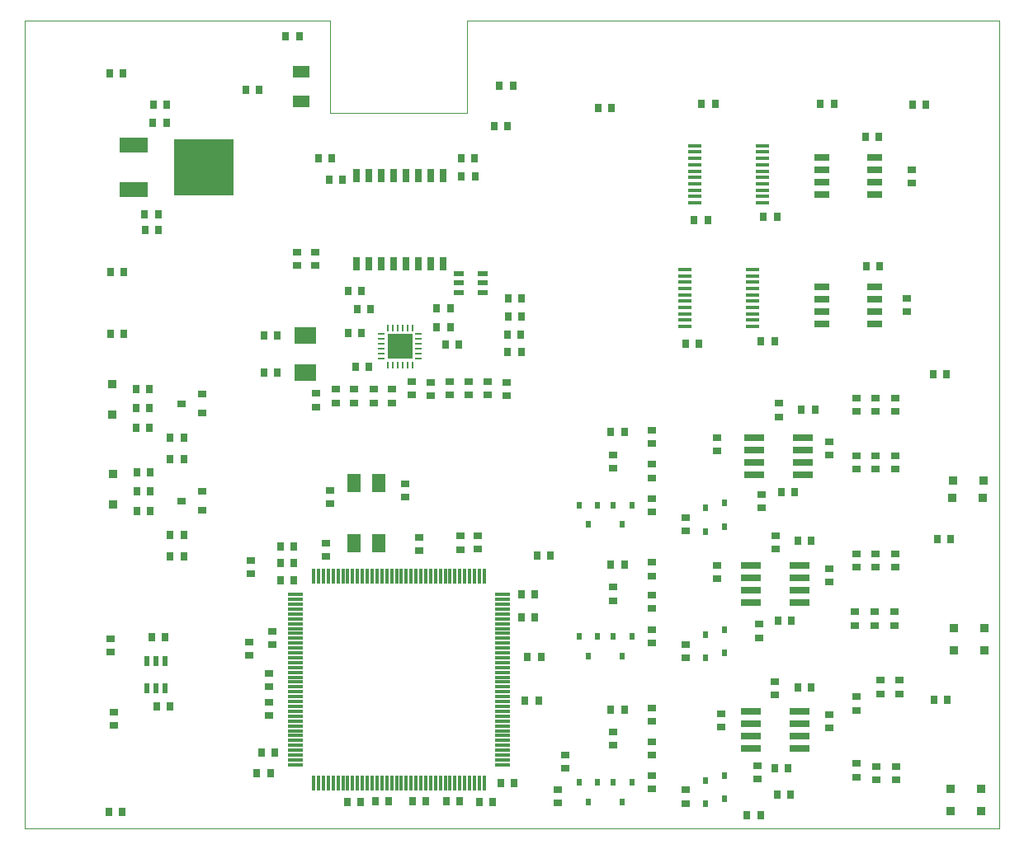
<source format=gtp>
G04*
G04 #@! TF.GenerationSoftware,Altium Limited,Altium Designer,19.0.9 (268)*
G04*
G04 Layer_Color=8421504*
%FSLAX25Y25*%
%MOIN*%
G70*
G01*
G75*
%ADD18C,0.00394*%
%ADD19R,0.02520X0.05512*%
%ADD20R,0.02756X0.03740*%
%ADD21R,0.07087X0.04528*%
%ADD22R,0.03740X0.02756*%
%ADD23R,0.08661X0.07087*%
%ADD24R,0.05512X0.07480*%
%ADD25R,0.07874X0.02756*%
%ADD26R,0.06004X0.02559*%
%ADD27R,0.05512X0.01575*%
%ADD28R,0.02717X0.01102*%
%ADD29R,0.01102X0.02717*%
%ADD30R,0.09843X0.09843*%
%ADD31R,0.04331X0.02362*%
%ADD32R,0.02165X0.04331*%
%ADD33R,0.11811X0.06299*%
%ADD34R,0.24410X0.22835*%
%ADD35R,0.01181X0.06496*%
%ADD36R,0.06496X0.01181*%
%ADD37R,0.03543X0.02756*%
%ADD38R,0.02362X0.02756*%
%ADD39R,0.03740X0.03543*%
%ADD40R,0.02362X0.03150*%
%ADD41R,0.03543X0.03740*%
D18*
X-0Y-326772D02*
X393701Y-326772D01*
X178740Y0D02*
X393701Y0D01*
X0D02*
X123386Y-0D01*
X123386Y-37480D02*
X178740Y-37480D01*
X393701Y-326772D02*
X393701Y0D01*
X-0Y-326772D02*
X0Y0D01*
X178740Y-37480D02*
X178740Y0D01*
X123386Y-37480D02*
X123386Y-0D01*
D19*
X169075Y-62953D02*
D03*
X134075Y-98465D02*
D03*
X139075D02*
D03*
X144075D02*
D03*
X149075D02*
D03*
X154075D02*
D03*
X159075D02*
D03*
X164075D02*
D03*
X169075D02*
D03*
X134075Y-62953D02*
D03*
X139075D02*
D03*
X144075D02*
D03*
X149075D02*
D03*
X154075D02*
D03*
X159075D02*
D03*
X164075D02*
D03*
D20*
X33907Y-320079D02*
D03*
X39321D02*
D03*
X33907D02*
D03*
X94768Y-28059D02*
D03*
X89354D02*
D03*
X94768D02*
D03*
X110782Y-6496D02*
D03*
X105368D02*
D03*
X110782D02*
D03*
X364085Y-34232D02*
D03*
X358671D02*
D03*
X364085D02*
D03*
X321408Y-33686D02*
D03*
X326821D02*
D03*
X321408D02*
D03*
X58711Y-177589D02*
D03*
X64124D02*
D03*
X58711D02*
D03*
Y-216828D02*
D03*
X64124D02*
D03*
X58711D02*
D03*
X44971Y-149094D02*
D03*
X50384D02*
D03*
X44971D02*
D03*
Y-156968D02*
D03*
X50384D02*
D03*
X44971D02*
D03*
Y-164842D02*
D03*
X50384D02*
D03*
X44971D02*
D03*
X34695Y-126654D02*
D03*
X40108D02*
D03*
X34695D02*
D03*
Y-101971D02*
D03*
X40108D02*
D03*
X34695D02*
D03*
X34222Y-21535D02*
D03*
X39636D02*
D03*
X34222D02*
D03*
X45364Y-182756D02*
D03*
X50778D02*
D03*
X45364D02*
D03*
Y-190630D02*
D03*
X50778D02*
D03*
X45364D02*
D03*
Y-198504D02*
D03*
X50778D02*
D03*
X45364D02*
D03*
X305482Y-190945D02*
D03*
X310896D02*
D03*
X305482D02*
D03*
X236732Y-166535D02*
D03*
X242146D02*
D03*
X236732D02*
D03*
X313730Y-157480D02*
D03*
X319144D02*
D03*
X313730D02*
D03*
X366939Y-143189D02*
D03*
X372352D02*
D03*
X366939D02*
D03*
X304262Y-242677D02*
D03*
X309675D02*
D03*
X304262D02*
D03*
X236732Y-220158D02*
D03*
X242146D02*
D03*
X236732D02*
D03*
X312254Y-210630D02*
D03*
X317667D02*
D03*
X312254D02*
D03*
X368622Y-209842D02*
D03*
X374035D02*
D03*
X368622D02*
D03*
X302805Y-302362D02*
D03*
X308219D02*
D03*
X302805D02*
D03*
X236732Y-278740D02*
D03*
X242146D02*
D03*
X236732D02*
D03*
X312254Y-269685D02*
D03*
X317667D02*
D03*
X312254D02*
D03*
X367175Y-274803D02*
D03*
X372589D02*
D03*
X367175D02*
D03*
X191732Y-26378D02*
D03*
X197146D02*
D03*
X191732D02*
D03*
X189616Y-42815D02*
D03*
X195029D02*
D03*
X189616D02*
D03*
X135896Y-126575D02*
D03*
X130482D02*
D03*
X135896D02*
D03*
X176329Y-55709D02*
D03*
X181742D02*
D03*
X176329D02*
D03*
X124065Y-55866D02*
D03*
X118652D02*
D03*
X124065D02*
D03*
X128297Y-64567D02*
D03*
X122884D02*
D03*
X128297D02*
D03*
X176427Y-63287D02*
D03*
X181841D02*
D03*
X176427D02*
D03*
X134301Y-116929D02*
D03*
X139715D02*
D03*
X134301D02*
D03*
X130561Y-109646D02*
D03*
X135974D02*
D03*
X130561D02*
D03*
X171782Y-124016D02*
D03*
X166368D02*
D03*
X171782D02*
D03*
Y-116591D02*
D03*
X166368D02*
D03*
X171782D02*
D03*
X206860Y-216535D02*
D03*
X212274D02*
D03*
X206860D02*
D03*
X200541Y-119728D02*
D03*
X195128D02*
D03*
X200541D02*
D03*
X108711Y-219636D02*
D03*
X103297D02*
D03*
X108711D02*
D03*
X200689Y-232192D02*
D03*
X206102D02*
D03*
X200689D02*
D03*
X291742Y-321398D02*
D03*
X297155D02*
D03*
X291742D02*
D03*
X303848Y-313268D02*
D03*
X309262D02*
D03*
X303848D02*
D03*
X108711Y-212697D02*
D03*
X103297D02*
D03*
X108711D02*
D03*
X141467Y-315846D02*
D03*
X146880D02*
D03*
X141467D02*
D03*
X99163Y-304429D02*
D03*
X93750D02*
D03*
X99163D02*
D03*
X58750Y-168780D02*
D03*
X64163D02*
D03*
X58750D02*
D03*
Y-208150D02*
D03*
X64163D02*
D03*
X58750D02*
D03*
X339518Y-47284D02*
D03*
X344931D02*
D03*
X339518D02*
D03*
X270404Y-80669D02*
D03*
X275817D02*
D03*
X270404D02*
D03*
X298415Y-79331D02*
D03*
X303829D02*
D03*
X298415D02*
D03*
X339813Y-99429D02*
D03*
X345226D02*
D03*
X339813D02*
D03*
X266900Y-130689D02*
D03*
X272313D02*
D03*
X266900D02*
D03*
X297392Y-129941D02*
D03*
X302805D02*
D03*
X297392D02*
D03*
X102106Y-142343D02*
D03*
X96693D02*
D03*
X102106D02*
D03*
X194931Y-127246D02*
D03*
X200344D02*
D03*
X194931D02*
D03*
X169911Y-131122D02*
D03*
X175325D02*
D03*
X169911D02*
D03*
X195108Y-134252D02*
D03*
X200522D02*
D03*
X195108D02*
D03*
X102106Y-127382D02*
D03*
X96693D02*
D03*
X102106D02*
D03*
X139045Y-140157D02*
D03*
X133632D02*
D03*
X139045D02*
D03*
X195128Y-112482D02*
D03*
X200541D02*
D03*
X195128D02*
D03*
X203100Y-257382D02*
D03*
X208514D02*
D03*
X203100D02*
D03*
X200561Y-241378D02*
D03*
X205974D02*
D03*
X200561D02*
D03*
X202037Y-275118D02*
D03*
X207451D02*
D03*
X202037D02*
D03*
X103297Y-226575D02*
D03*
X108711D02*
D03*
X103297D02*
D03*
X170128Y-315846D02*
D03*
X175541D02*
D03*
X170128D02*
D03*
X135660Y-316043D02*
D03*
X130246D02*
D03*
X135660D02*
D03*
X161939Y-315846D02*
D03*
X156526D02*
D03*
X161939D02*
D03*
X192175Y-308484D02*
D03*
X197589D02*
D03*
X192175D02*
D03*
X53362Y-277471D02*
D03*
X58776D02*
D03*
X53362D02*
D03*
X56588Y-249499D02*
D03*
X51175D02*
D03*
X56588D02*
D03*
X278809Y-33819D02*
D03*
X273396D02*
D03*
X278809D02*
D03*
X231545Y-35433D02*
D03*
X236959D02*
D03*
X231545D02*
D03*
X95522Y-296260D02*
D03*
X100935D02*
D03*
X95522D02*
D03*
X188927Y-316043D02*
D03*
X183514D02*
D03*
X188927D02*
D03*
X57136Y-41634D02*
D03*
X51723D02*
D03*
X57136D02*
D03*
X57333Y-34154D02*
D03*
X51919D02*
D03*
X57333D02*
D03*
X48376Y-78347D02*
D03*
X53789D02*
D03*
X48376D02*
D03*
X48474Y-84941D02*
D03*
X53888D02*
D03*
X48474D02*
D03*
D21*
X111614Y-32783D02*
D03*
Y-20972D02*
D03*
D22*
X218209Y-297146D02*
D03*
Y-302559D02*
D03*
Y-297146D02*
D03*
X215256Y-311181D02*
D03*
Y-316595D02*
D03*
Y-311181D02*
D03*
X358268Y-65856D02*
D03*
Y-60443D02*
D03*
Y-65856D02*
D03*
X253219Y-179577D02*
D03*
Y-184990D02*
D03*
Y-179577D02*
D03*
X351644Y-176112D02*
D03*
Y-181526D02*
D03*
Y-176112D02*
D03*
X266998Y-201230D02*
D03*
Y-206644D02*
D03*
Y-201230D02*
D03*
X253219Y-165797D02*
D03*
Y-171211D02*
D03*
Y-165797D02*
D03*
X237559Y-181211D02*
D03*
Y-175797D02*
D03*
Y-181211D02*
D03*
X343711Y-152667D02*
D03*
Y-158081D02*
D03*
Y-152667D02*
D03*
X335837D02*
D03*
Y-158081D02*
D03*
Y-152667D02*
D03*
X324803Y-170522D02*
D03*
Y-175935D02*
D03*
Y-170522D02*
D03*
X279744Y-168652D02*
D03*
Y-174065D02*
D03*
Y-168652D02*
D03*
X253268Y-232549D02*
D03*
Y-237963D02*
D03*
Y-232549D02*
D03*
X335403Y-239282D02*
D03*
Y-244695D02*
D03*
Y-239282D02*
D03*
X266998Y-252411D02*
D03*
Y-257825D02*
D03*
Y-252411D02*
D03*
X253219Y-219262D02*
D03*
Y-224675D02*
D03*
Y-219262D02*
D03*
X237471Y-234675D02*
D03*
Y-229262D02*
D03*
Y-234675D02*
D03*
X343770Y-215778D02*
D03*
Y-221191D02*
D03*
Y-215778D02*
D03*
X351644D02*
D03*
Y-221191D02*
D03*
Y-215778D02*
D03*
X324803Y-221703D02*
D03*
Y-227116D02*
D03*
Y-221703D02*
D03*
X279587Y-220404D02*
D03*
Y-225817D02*
D03*
Y-220404D02*
D03*
X253219Y-291781D02*
D03*
Y-297195D02*
D03*
Y-291781D02*
D03*
X351841Y-301886D02*
D03*
Y-307299D02*
D03*
Y-301886D02*
D03*
X266998Y-311309D02*
D03*
Y-316722D02*
D03*
Y-311309D02*
D03*
X253219Y-278002D02*
D03*
Y-283415D02*
D03*
Y-278002D02*
D03*
X237471Y-293258D02*
D03*
Y-287844D02*
D03*
Y-293258D02*
D03*
X345541Y-266978D02*
D03*
Y-272392D02*
D03*
Y-266978D02*
D03*
X353415D02*
D03*
Y-272392D02*
D03*
Y-266978D02*
D03*
X324803Y-280758D02*
D03*
Y-286171D02*
D03*
Y-280758D02*
D03*
X281378Y-280364D02*
D03*
Y-285778D02*
D03*
Y-280364D02*
D03*
X186850Y-151526D02*
D03*
Y-146112D02*
D03*
Y-151526D02*
D03*
X171575Y-146112D02*
D03*
Y-151526D02*
D03*
Y-146112D02*
D03*
X140945Y-149262D02*
D03*
Y-154675D02*
D03*
Y-149262D02*
D03*
X148425D02*
D03*
Y-154675D02*
D03*
Y-149262D02*
D03*
X194488Y-151801D02*
D03*
Y-146388D02*
D03*
Y-151801D02*
D03*
X163787Y-146358D02*
D03*
Y-151772D02*
D03*
Y-146358D02*
D03*
X156385Y-151526D02*
D03*
Y-146112D02*
D03*
Y-151526D02*
D03*
X133071Y-149262D02*
D03*
Y-154675D02*
D03*
Y-149262D02*
D03*
X179213Y-151526D02*
D03*
Y-146112D02*
D03*
Y-151526D02*
D03*
X303031Y-272982D02*
D03*
Y-267569D02*
D03*
Y-272982D02*
D03*
X303366Y-213947D02*
D03*
Y-208534D02*
D03*
Y-213947D02*
D03*
X304508Y-160384D02*
D03*
Y-154971D02*
D03*
Y-160384D02*
D03*
X296673Y-244242D02*
D03*
Y-249656D02*
D03*
Y-244242D02*
D03*
X297539Y-191683D02*
D03*
Y-197096D02*
D03*
Y-191683D02*
D03*
X90551Y-256742D02*
D03*
Y-251329D02*
D03*
Y-256742D02*
D03*
X253219Y-193356D02*
D03*
Y-198770D02*
D03*
Y-193356D02*
D03*
X335896Y-176112D02*
D03*
Y-181526D02*
D03*
Y-176112D02*
D03*
X343770D02*
D03*
Y-181526D02*
D03*
Y-176112D02*
D03*
X351585Y-152667D02*
D03*
Y-158081D02*
D03*
Y-152667D02*
D03*
X253219Y-246506D02*
D03*
Y-251919D02*
D03*
Y-246506D02*
D03*
X351152Y-239282D02*
D03*
Y-244695D02*
D03*
Y-239282D02*
D03*
X343278D02*
D03*
Y-244695D02*
D03*
Y-239282D02*
D03*
X335896Y-215778D02*
D03*
Y-221191D02*
D03*
Y-215778D02*
D03*
X356299Y-117884D02*
D03*
Y-112470D02*
D03*
Y-117884D02*
D03*
X253219Y-305561D02*
D03*
Y-310974D02*
D03*
Y-305561D02*
D03*
X335896Y-300606D02*
D03*
Y-306020D02*
D03*
Y-300606D02*
D03*
X343967Y-301886D02*
D03*
Y-307299D02*
D03*
Y-301886D02*
D03*
X335896Y-273622D02*
D03*
Y-279035D02*
D03*
Y-273622D02*
D03*
X117283Y-93863D02*
D03*
Y-99277D02*
D03*
Y-93863D02*
D03*
X109823D02*
D03*
Y-99277D02*
D03*
Y-93863D02*
D03*
X125591Y-149262D02*
D03*
Y-154675D02*
D03*
Y-149262D02*
D03*
X117717Y-150955D02*
D03*
Y-156368D02*
D03*
Y-150955D02*
D03*
X183012Y-213868D02*
D03*
Y-208455D02*
D03*
Y-213868D02*
D03*
X175787Y-214006D02*
D03*
Y-208593D02*
D03*
Y-214006D02*
D03*
X121457Y-216828D02*
D03*
Y-211414D02*
D03*
Y-216828D02*
D03*
X159134Y-214518D02*
D03*
Y-209104D02*
D03*
Y-214518D02*
D03*
X296043Y-301466D02*
D03*
Y-306880D02*
D03*
Y-301466D02*
D03*
X98524Y-264026D02*
D03*
Y-269439D02*
D03*
Y-264026D02*
D03*
X98721Y-281250D02*
D03*
Y-275837D02*
D03*
Y-281250D02*
D03*
X91339Y-223770D02*
D03*
Y-218356D02*
D03*
Y-223770D02*
D03*
X99902Y-252628D02*
D03*
Y-247215D02*
D03*
Y-252628D02*
D03*
X123228Y-195522D02*
D03*
Y-190108D02*
D03*
Y-195522D02*
D03*
X153689Y-192864D02*
D03*
Y-187451D02*
D03*
Y-192864D02*
D03*
X34705Y-250139D02*
D03*
Y-255552D02*
D03*
Y-250139D02*
D03*
X35935Y-279675D02*
D03*
Y-285089D02*
D03*
Y-279675D02*
D03*
D23*
X113189Y-127382D02*
D03*
Y-142343D02*
D03*
D24*
X133071Y-211614D02*
D03*
X143071D02*
D03*
Y-187205D02*
D03*
X133071D02*
D03*
D25*
X314242Y-183976D02*
D03*
Y-178976D02*
D03*
Y-173976D02*
D03*
Y-168976D02*
D03*
X294557Y-183976D02*
D03*
Y-178976D02*
D03*
Y-173976D02*
D03*
Y-168976D02*
D03*
X312992Y-235472D02*
D03*
Y-230472D02*
D03*
Y-225472D02*
D03*
Y-220472D02*
D03*
X293307Y-235472D02*
D03*
Y-230472D02*
D03*
Y-225472D02*
D03*
Y-220472D02*
D03*
X312992Y-294528D02*
D03*
Y-289528D02*
D03*
Y-284528D02*
D03*
Y-279528D02*
D03*
X293307Y-294528D02*
D03*
Y-289528D02*
D03*
Y-284528D02*
D03*
Y-279528D02*
D03*
D26*
X343354Y-70650D02*
D03*
Y-65650D02*
D03*
Y-60650D02*
D03*
Y-55650D02*
D03*
X322000D02*
D03*
Y-60650D02*
D03*
Y-65650D02*
D03*
Y-70650D02*
D03*
X343354Y-122677D02*
D03*
Y-117677D02*
D03*
Y-112677D02*
D03*
Y-107677D02*
D03*
X322000D02*
D03*
Y-112677D02*
D03*
Y-117677D02*
D03*
Y-122677D02*
D03*
D27*
X270472Y-50748D02*
D03*
Y-53307D02*
D03*
Y-55866D02*
D03*
Y-58425D02*
D03*
Y-60984D02*
D03*
Y-63543D02*
D03*
Y-66102D02*
D03*
Y-68661D02*
D03*
Y-71220D02*
D03*
Y-73779D02*
D03*
X298031Y-50748D02*
D03*
Y-53307D02*
D03*
Y-55866D02*
D03*
Y-58425D02*
D03*
Y-60984D02*
D03*
Y-63543D02*
D03*
Y-66102D02*
D03*
Y-68661D02*
D03*
Y-71220D02*
D03*
Y-73779D02*
D03*
X266535Y-100807D02*
D03*
Y-103366D02*
D03*
Y-105925D02*
D03*
Y-108484D02*
D03*
Y-111043D02*
D03*
Y-113602D02*
D03*
Y-116161D02*
D03*
Y-118720D02*
D03*
Y-121280D02*
D03*
Y-123839D02*
D03*
X294094Y-100807D02*
D03*
Y-103366D02*
D03*
Y-105925D02*
D03*
Y-108484D02*
D03*
Y-111043D02*
D03*
Y-113602D02*
D03*
Y-116161D02*
D03*
Y-118720D02*
D03*
Y-121280D02*
D03*
Y-123839D02*
D03*
D28*
X144095Y-126969D02*
D03*
Y-128937D02*
D03*
Y-130905D02*
D03*
Y-132874D02*
D03*
Y-134843D02*
D03*
Y-136811D02*
D03*
X159055D02*
D03*
Y-134843D02*
D03*
Y-132874D02*
D03*
Y-130905D02*
D03*
Y-128937D02*
D03*
Y-126969D02*
D03*
D29*
X146654Y-139370D02*
D03*
X148622D02*
D03*
X150591D02*
D03*
X152559D02*
D03*
X154528D02*
D03*
X156496D02*
D03*
Y-124409D02*
D03*
X150591D02*
D03*
X148622D02*
D03*
X146654D02*
D03*
X152559D02*
D03*
X154528D02*
D03*
D30*
X151575Y-131890D02*
D03*
D31*
X184843Y-110039D02*
D03*
Y-106299D02*
D03*
Y-102559D02*
D03*
X175394D02*
D03*
Y-106299D02*
D03*
Y-110039D02*
D03*
D32*
X52897Y-270168D02*
D03*
X56637D02*
D03*
X49157D02*
D03*
Y-259144D02*
D03*
X56637D02*
D03*
X52897D02*
D03*
D33*
X43878Y-50532D02*
D03*
Y-68524D02*
D03*
D34*
X72303Y-59547D02*
D03*
D35*
X185551Y-224823D02*
D03*
X183583D02*
D03*
X181614D02*
D03*
X179646D02*
D03*
X177677D02*
D03*
X175709D02*
D03*
X173740D02*
D03*
X171772D02*
D03*
X169803D02*
D03*
X167835D02*
D03*
X165866D02*
D03*
X163898D02*
D03*
X161929D02*
D03*
X159961D02*
D03*
X157992D02*
D03*
X156024D02*
D03*
X154055D02*
D03*
X152087D02*
D03*
X150118D02*
D03*
X148150D02*
D03*
X146181D02*
D03*
X144213D02*
D03*
X142244D02*
D03*
X140276D02*
D03*
X138307D02*
D03*
X136339D02*
D03*
X134370D02*
D03*
X132402D02*
D03*
X130433D02*
D03*
X128465D02*
D03*
X126496D02*
D03*
X124528D02*
D03*
X122559D02*
D03*
X120590D02*
D03*
X118622D02*
D03*
X116654D02*
D03*
Y-308484D02*
D03*
X118622D02*
D03*
X120590D02*
D03*
X122559D02*
D03*
X124528D02*
D03*
X126496D02*
D03*
X128465D02*
D03*
X130433D02*
D03*
X132402D02*
D03*
X134370D02*
D03*
X136339D02*
D03*
X138307D02*
D03*
X140276D02*
D03*
X142244D02*
D03*
X144213D02*
D03*
X146181D02*
D03*
X148150D02*
D03*
X150118D02*
D03*
X152087D02*
D03*
X154055D02*
D03*
X156024D02*
D03*
X157992D02*
D03*
X159961D02*
D03*
X161929D02*
D03*
X163898D02*
D03*
X165866D02*
D03*
X167835D02*
D03*
X169803D02*
D03*
X171772D02*
D03*
X173740D02*
D03*
X175709D02*
D03*
X177677D02*
D03*
X179646D02*
D03*
X181614D02*
D03*
X183583D02*
D03*
X185551D02*
D03*
D36*
X109272Y-232205D02*
D03*
Y-234173D02*
D03*
Y-236142D02*
D03*
Y-238110D02*
D03*
Y-240079D02*
D03*
Y-242047D02*
D03*
Y-244016D02*
D03*
Y-245984D02*
D03*
Y-247953D02*
D03*
Y-249921D02*
D03*
Y-251890D02*
D03*
Y-253858D02*
D03*
Y-255827D02*
D03*
Y-257795D02*
D03*
Y-259764D02*
D03*
Y-261732D02*
D03*
Y-263701D02*
D03*
Y-265669D02*
D03*
Y-267638D02*
D03*
Y-269606D02*
D03*
Y-271575D02*
D03*
Y-273543D02*
D03*
Y-275512D02*
D03*
Y-277480D02*
D03*
Y-279449D02*
D03*
Y-281417D02*
D03*
Y-283386D02*
D03*
Y-285354D02*
D03*
Y-287323D02*
D03*
Y-289291D02*
D03*
Y-291260D02*
D03*
Y-293228D02*
D03*
Y-295197D02*
D03*
Y-297165D02*
D03*
Y-299134D02*
D03*
Y-301102D02*
D03*
X192933D02*
D03*
Y-299134D02*
D03*
Y-297165D02*
D03*
Y-295197D02*
D03*
Y-293228D02*
D03*
Y-291260D02*
D03*
Y-289291D02*
D03*
Y-287323D02*
D03*
Y-285354D02*
D03*
Y-283386D02*
D03*
Y-281417D02*
D03*
Y-279449D02*
D03*
Y-277480D02*
D03*
Y-275512D02*
D03*
Y-273543D02*
D03*
Y-271575D02*
D03*
Y-269606D02*
D03*
Y-267638D02*
D03*
Y-265669D02*
D03*
Y-263701D02*
D03*
Y-261732D02*
D03*
Y-259764D02*
D03*
Y-257795D02*
D03*
Y-255827D02*
D03*
Y-253858D02*
D03*
Y-251890D02*
D03*
Y-249921D02*
D03*
Y-247953D02*
D03*
Y-245984D02*
D03*
Y-244016D02*
D03*
Y-242047D02*
D03*
Y-240079D02*
D03*
Y-238110D02*
D03*
Y-236142D02*
D03*
Y-234173D02*
D03*
Y-232205D02*
D03*
D37*
X71496Y-151260D02*
D03*
Y-158740D02*
D03*
X63228Y-155000D02*
D03*
X71496Y-190630D02*
D03*
Y-198110D02*
D03*
X63228Y-194370D02*
D03*
D38*
X245148Y-196063D02*
D03*
X237667D02*
D03*
X241407Y-203937D02*
D03*
X231368Y-196063D02*
D03*
X223888D02*
D03*
X227628Y-203937D02*
D03*
X245148Y-249213D02*
D03*
X237667D02*
D03*
X241407Y-257087D02*
D03*
X231368Y-249213D02*
D03*
X223888D02*
D03*
X227628Y-257087D02*
D03*
X245148Y-308268D02*
D03*
X237667D02*
D03*
X241407Y-316142D02*
D03*
X231368Y-308268D02*
D03*
X223888D02*
D03*
X227628Y-316142D02*
D03*
D39*
X35433Y-147126D02*
D03*
Y-159528D02*
D03*
X35728Y-183366D02*
D03*
Y-195768D02*
D03*
D40*
X282746Y-195276D02*
D03*
X282746Y-204724D02*
D03*
X274872Y-206693D02*
D03*
X274872Y-197244D02*
D03*
X282746Y-246457D02*
D03*
X282746Y-255906D02*
D03*
X274872Y-257874D02*
D03*
X274872Y-248425D02*
D03*
X282746Y-305512D02*
D03*
X282746Y-314961D02*
D03*
X274872Y-316929D02*
D03*
X274872Y-307480D02*
D03*
D41*
X386988Y-193189D02*
D03*
X374587D02*
D03*
X387205Y-186063D02*
D03*
X374803D02*
D03*
X387638Y-254882D02*
D03*
X375236D02*
D03*
X387667Y-245748D02*
D03*
X375266D02*
D03*
X386398Y-319902D02*
D03*
X373996D02*
D03*
X386201Y-310925D02*
D03*
X373799D02*
D03*
M02*

</source>
